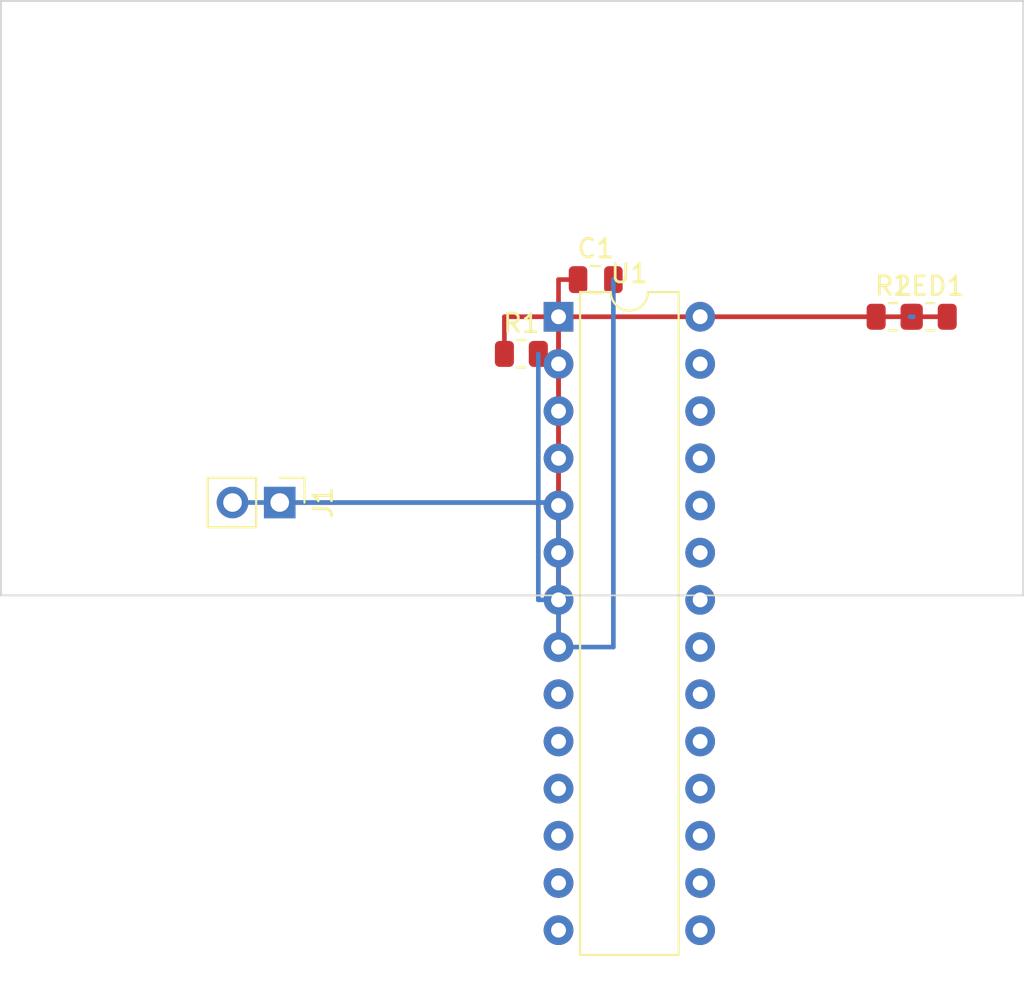
<source format=kicad_pcb>
(kicad_pcb (version 20211014) (generator pcbnew)
  (layers (0 "F.Cu" signal) (31 "B.Cu" signal) (34 "B.Paste" user) (35 "F.Paste" user) (36 "B.SilkS" user "B.Silkscreen") (37 "F.SilkS" user "F.Silkscreen") (38 "B.Mask" user) (39 "F.Mask" user) (44 "Edge.Cuts" user))
  (net 0 "")
  (footprint "DIP-28_W7.62mm" (layer "F.Cu") (at 30 17)
    (fp_text reference "U1" (at 3.81 -2.33) (layer "F.SilkS"))
    (fp_text value "ATmega328P")
    (fp_line (start 6.46 34.35) (end 6.46 -1.33) (layer "F.SilkS") (width 0.12))
    (fp_line (start 1.16 -1.33) (end 1.16 34.35) (layer "F.SilkS") (width 0.12))
    (fp_line (start 2.81 -1.33) (end 1.16 -1.33) (layer "F.SilkS") (width 0.12))
    (fp_line (start 1.16 34.35) (end 6.46 34.35) (layer "F.SilkS") (width 0.12))
    (fp_line (start 6.46 -1.33) (end 4.81 -1.33) (layer "F.SilkS") (width 0.12))
    (fp_arc (start 4.81 -1.33) (mid 3.81 -0.33) (end 2.81 -1.33) (layer "F.SilkS") (width 0.12))
    (pad "1" thru_hole rect (at 0 0) (size 1.6 1.6) (drill 0.8) (layers *.Cu *.Mask))
    (pad "2" thru_hole oval (at 0 2.54) (size 1.6 1.6) (drill 0.8) (layers *.Cu *.Mask))
    (pad "3" thru_hole oval (at 0 5.08) (size 1.6 1.6) (drill 0.8) (layers *.Cu *.Mask))
    (pad "4" thru_hole oval (at 0 7.62) (size 1.6 1.6) (drill 0.8) (layers *.Cu *.Mask))
    (pad "5" thru_hole oval (at 0 10.16) (size 1.6 1.6) (drill 0.8) (layers *.Cu *.Mask))
    (pad "6" thru_hole oval (at 0 12.7) (size 1.6 1.6) (drill 0.8) (layers *.Cu *.Mask))
    (pad "7" thru_hole oval (at 0 15.24) (size 1.6 1.6) (drill 0.8) (layers *.Cu *.Mask))
    (pad "8" thru_hole oval (at 0 17.78) (size 1.6 1.6) (drill 0.8) (layers *.Cu *.Mask))
    (pad "9" thru_hole oval (at 0 20.32) (size 1.6 1.6) (drill 0.8) (layers *.Cu *.Mask))
    (pad "10" thru_hole oval (at 0 22.86) (size 1.6 1.6) (drill 0.8) (layers *.Cu *.Mask))
    (pad "11" thru_hole oval (at 0 25.4) (size 1.6 1.6) (drill 0.8) (layers *.Cu *.Mask))
    (pad "12" thru_hole oval (at 0 27.94) (size 1.6 1.6) (drill 0.8) (layers *.Cu *.Mask))
    (pad "13" thru_hole oval (at 0 30.48) (size 1.6 1.6) (drill 0.8) (layers *.Cu *.Mask))
    (pad "14" thru_hole oval (at 0 33.02) (size 1.6 1.6) (drill 0.8) (layers *.Cu *.Mask))
    (pad "15" thru_hole oval (at 7.62 33.02) (size 1.6 1.6) (drill 0.8) (layers *.Cu *.Mask))
    (pad "16" thru_hole oval (at 7.62 30.48) (size 1.6 1.6) (drill 0.8) (layers *.Cu *.Mask))
    (pad "17" thru_hole oval (at 7.62 27.94) (size 1.6 1.6) (drill 0.8) (layers *.Cu *.Mask))
    (pad "18" thru_hole oval (at 7.62 25.4) (size 1.6 1.6) (drill 0.8) (layers *.Cu *.Mask))
    (pad "19" thru_hole oval (at 7.62 22.86) (size 1.6 1.6) (drill 0.8) (layers *.Cu *.Mask))
    (pad "20" thru_hole oval (at 7.62 20.32) (size 1.6 1.6) (drill 0.8) (layers *.Cu *.Mask))
    (pad "21" thru_hole oval (at 7.62 17.78) (size 1.6 1.6) (drill 0.8) (layers *.Cu *.Mask))
    (pad "22" thru_hole oval (at 7.62 15.24) (size 1.6 1.6) (drill 0.8) (layers *.Cu *.Mask))
    (pad "23" thru_hole oval (at 7.62 12.7) (size 1.6 1.6) (drill 0.8) (layers *.Cu *.Mask))
    (pad "24" thru_hole oval (at 7.62 10.16) (size 1.6 1.6) (drill 0.8) (layers *.Cu *.Mask))
    (pad "25" thru_hole oval (at 7.62 7.62) (size 1.6 1.6) (drill 0.8) (layers *.Cu *.Mask))
    (pad "26" thru_hole oval (at 7.62 5.08) (size 1.6 1.6) (drill 0.8) (layers *.Cu *.Mask))
    (pad "27" thru_hole oval (at 7.62 2.54) (size 1.6 1.6) (drill 0.8) (layers *.Cu *.Mask))
    (pad "28" thru_hole oval (at 7.62 0) (size 1.6 1.6) (drill 0.8) (layers *.Cu *.Mask))
  )
  (footprint "R_0805_2012Metric" (layer "F.Cu") (at 28 19)
    (fp_text reference "R1" (at 0 -1.65) (layer "F.SilkS"))
    (fp_text value "10K")
    (fp_line (start -0.227064 0.735) (end 0.227064 0.735) (layer "F.SilkS") (width 0.12))
    (fp_line (start -0.227064 -0.735) (end 0.227064 -0.735) (layer "F.SilkS") (width 0.12))
    (pad "1" smd roundrect (at -0.9125 0) (size 1.025 1.4) (layers "F.Cu" "F.Paste" "F.Mask") (roundrect_rratio 0.243902))
    (pad "2" smd roundrect (at 0.9125 0) (size 1.025 1.4) (layers "F.Cu" "F.Paste" "F.Mask") (roundrect_rratio 0.243902))
  )
  (footprint "R_0805_2012Metric" (layer "F.Cu") (at 48 17)
    (fp_text reference "R2" (at 0 -1.65) (layer "F.SilkS"))
    (fp_text value "220R")
    (fp_line (start -0.227064 -0.735) (end 0.227064 -0.735) (layer "F.SilkS") (width 0.12))
    (fp_line (start -0.227064 0.735) (end 0.227064 0.735) (layer "F.SilkS") (width 0.12))
    (pad "1" smd roundrect (at -0.9125 0) (size 1.025 1.4) (layers "F.Cu" "F.Paste" "F.Mask") (roundrect_rratio 0.243902))
    (pad "2" smd roundrect (at 0.9125 0) (size 1.025 1.4) (layers "F.Cu" "F.Paste" "F.Mask") (roundrect_rratio 0.243902))
  )
  (footprint "R_0805_2012Metric" (layer "F.Cu") (at 50 17)
    (fp_text reference "LED1" (at 0 -1.65) (layer "F.SilkS"))
    (fp_text value "LED")
    (fp_line (start -0.227064 -0.735) (end 0.227064 -0.735) (layer "F.SilkS") (width 0.12))
    (fp_line (start -0.227064 0.735) (end 0.227064 0.735) (layer "F.SilkS") (width 0.12))
    (pad "1" smd roundrect (at -0.9125 0) (size 1.025 1.4) (layers "F.Cu" "F.Paste" "F.Mask") (roundrect_rratio 0.243902))
    (pad "2" smd roundrect (at 0.9125 0) (size 1.025 1.4) (layers "F.Cu" "F.Paste" "F.Mask") (roundrect_rratio 0.243902))
  )
  (footprint "PinHeader_1x02_P2.54mm_Vertical" (layer "F.Cu") (at 15 27 -90)
    (fp_text reference "J1" (at 0 -2.33 -90) (layer "F.SilkS"))
    (fp_text value "Power Header")
    (fp_line (start -1.33 1.27) (end -1.33 3.87) (layer "F.SilkS") (width 0.12))
    (fp_line (start -1.33 3.87) (end 1.33 3.87) (layer "F.SilkS") (width 0.12))
    (fp_line (start 1.33 1.27) (end 1.33 3.87) (layer "F.SilkS") (width 0.12))
    (fp_line (start -1.33 1.27) (end 1.33 1.27) (layer "F.SilkS") (width 0.12))
    (fp_line (start -1.33 -1.33) (end 0 -1.33) (layer "F.SilkS") (width 0.12))
    (fp_line (start -1.33 0) (end -1.33 -1.33) (layer "F.SilkS") (width 0.12))
    (pad "1" thru_hole rect (at 0 0 270) (size 1.7 1.7) (drill 1) (layers *.Cu *.Mask))
    (pad "2" thru_hole oval (at 0 2.54 270) (size 1.7 1.7) (drill 1) (layers *.Cu *.Mask))
  )
  (footprint "C_0805_2012Metric" (layer "F.Cu") (at 32 15)
    (fp_text reference "C1" (at 0 -1.68) (layer "F.SilkS"))
    (fp_text value "100nF")
    (fp_line (start -0.261252 -0.735) (end 0.261252 -0.735) (layer "F.SilkS") (width 0.12))
    (fp_line (start -0.261252 0.735) (end 0.261252 0.735) (layer "F.SilkS") (width 0.12))
    (pad "1" smd roundrect (at -0.95 0) (size 1 1.45) (layers "F.Cu" "F.Paste" "F.Mask"))
    (pad "2" smd roundrect (at 0.95 0) (size 1 1.45) (layers "F.Cu" "F.Paste" "F.Mask"))
  )
  (gr_line (start 0 32) (end 0 0) (layer "Edge.Cuts") (width 0.1))
  (gr_line (start 55 0) (end 55 32) (layer "Edge.Cuts") (width 0.1))
  (gr_line (start 55 32) (end 0 32) (layer "Edge.Cuts") (width 0.1))
  (gr_line (start 0 0) (end 55 0) (layer "Edge.Cuts") (width 0.1))
  (segment (start 15 27) (end 30 27) (width 0.25) (layer "F.Cu") (net 0))
  (segment (start 30 32.24) (end 30 15) (width 0.25) (layer "F.Cu") (net 0))
  (segment (start 30 27) (end 30 32.24) (width 0.25) (layer "F.Cu") (net 0))
  (segment (start 30 15) (end 31.05 15) (width 0.25) (layer "F.Cu") (net 0))
  (segment (start 30 17) (end 30 34.78) (width 0.25) (layer "F.Cu") (net 0))
  (segment (start 27.0875 17) (end 27.0875 19) (width 0.25) (layer "F.Cu") (net 0))
  (segment (start 30 17) (end 27.0875 17) (width 0.25) (layer "F.Cu") (net 0))
  (segment (start 50.9125 17) (end 30 17) (width 0.25) (layer "F.Cu") (net 0))
  (segment (start 32.95 15) (end 32.95 34.78) (width 0.25) (layer "B.Cu") (net 0))
  (segment (start 28.9125 19) (end 28.9125 32.24) (width 0.25) (layer "B.Cu") (net 0))
  (segment (start 30 27) (end 30 34.78) (width 0.25) (layer "B.Cu") (net 0))
  (segment (start 28.9125 32.24) (end 30 32.24) (width 0.25) (layer "B.Cu") (net 0))
  (segment (start 32.95 34.78) (end 30 34.78) (width 0.25) (layer "B.Cu") (net 0))
  (segment (start 48.9125 17) (end 49.0875 17) (width 0.25) (layer "B.Cu") (net 0))
  (segment (start 12.46 27) (end 30 27) (width 0.25) (layer "B.Cu") (net 0))
)
</source>
